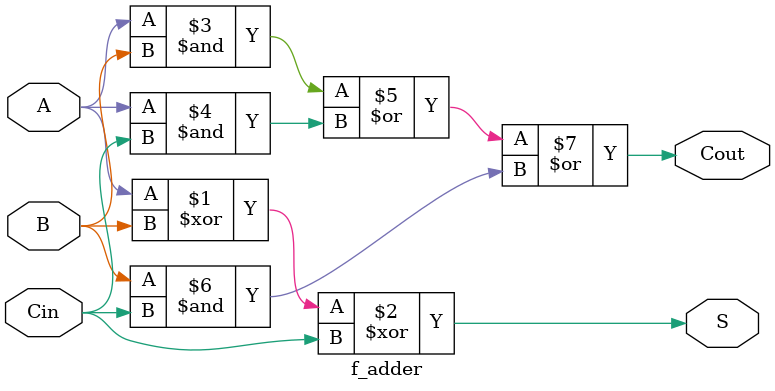
<source format=v>
`timescale 1ns/1ns

module part2(SW, LEDR);
	input [9:0] SW; 
	output [9:0] LEDR; 
	wire [3:0] a; 
	wire [3:0] b;
	wire c_in; 
	wire s; 
	wire x,y,z; 
	
	assign a = SW[7:4];
	assign b = SW[3:0];
	assign c_in = SW[8];
		
	f_adder u0 (.A(a[0]), .B(b[0]), .Cin(c_in), .S(LEDR[0]), .Cout(x)); 
	f_adder u1 (.A(a[1]), .B(b[1]), .Cin(x), .S(LEDR[1]), .Cout(y)); 
	f_adder u2 (.A(a[2]), .B(b[2]), .Cin(y), .S(LEDR[2]), .Cout(z)); 
	f_adder u3 (.A(a[3]), .B(b[3]), .Cin(z), .S(LEDR[3]), .Cout(LEDR[9])); 
	
	assign LEDR[8:4] = 5'bx;
endmodule


module f_adder (A, B, Cin, S, Cout); 
	input A, B, Cin; 
	output S, Cout; 
	assign S = A^B^Cin;
	assign Cout = (A&B)|(A&Cin)|(B&Cin); 
endmodule


</source>
